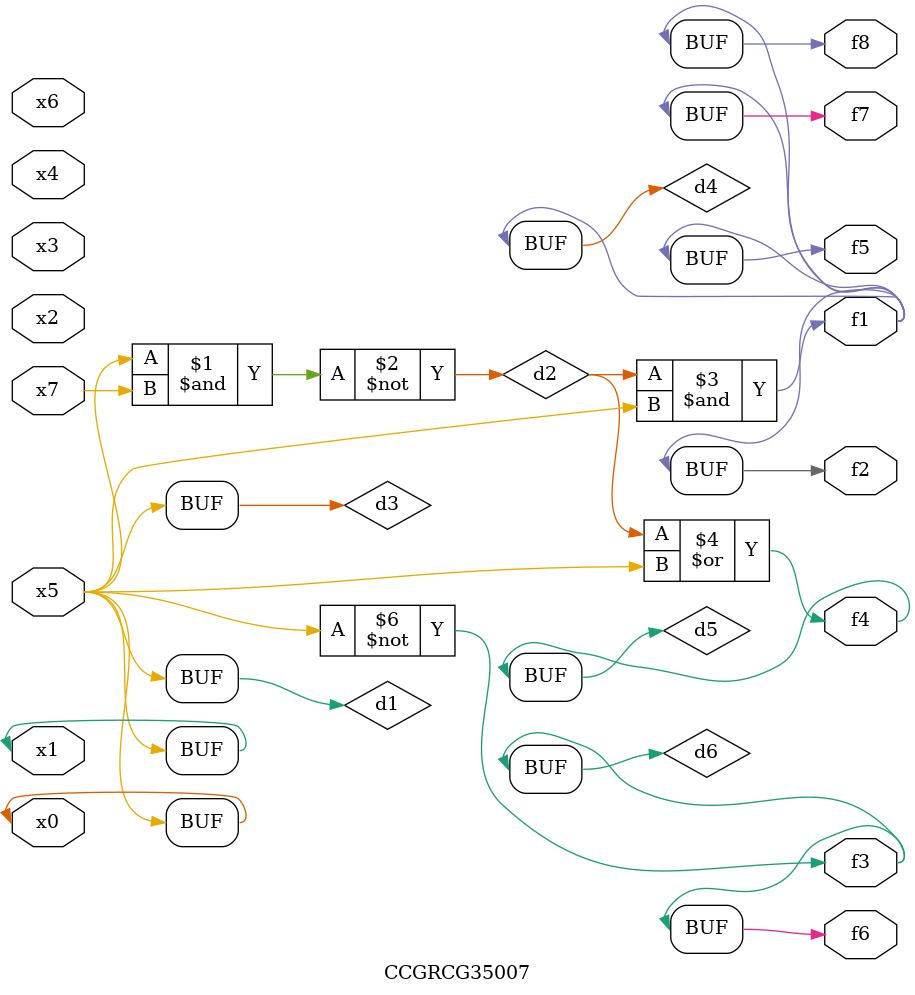
<source format=v>
module CCGRCG35007(
	input x0, x1, x2, x3, x4, x5, x6, x7,
	output f1, f2, f3, f4, f5, f6, f7, f8
);

	wire d1, d2, d3, d4, d5, d6;

	buf (d1, x0, x5);
	nand (d2, x5, x7);
	buf (d3, x0, x1);
	and (d4, d2, d3);
	or (d5, d2, d3);
	nor (d6, d1, d3);
	assign f1 = d4;
	assign f2 = d4;
	assign f3 = d6;
	assign f4 = d5;
	assign f5 = d4;
	assign f6 = d6;
	assign f7 = d4;
	assign f8 = d4;
endmodule

</source>
